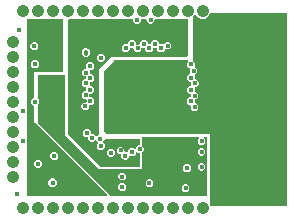
<source format=gbr>
G04 EAGLE Gerber RS-274X export*
G75*
%MOMM*%
%FSLAX34Y34*%
%LPD*%
%INCopper Layer 15*%
%IPPOS*%
%AMOC8*
5,1,8,0,0,1.08239X$1,22.5*%
G01*
%ADD10C,1.050000*%
%ADD11C,0.403200*%
%ADD12C,0.457200*%
%ADD13C,0.453200*%

G36*
X233878Y7573D02*
X233878Y7573D01*
X233897Y7571D01*
X233999Y7593D01*
X234101Y7609D01*
X234118Y7619D01*
X234138Y7623D01*
X234227Y7676D01*
X234318Y7725D01*
X234332Y7739D01*
X234349Y7749D01*
X234416Y7828D01*
X234488Y7903D01*
X234496Y7921D01*
X234509Y7936D01*
X234548Y8032D01*
X234591Y8126D01*
X234593Y8146D01*
X234601Y8164D01*
X234619Y8331D01*
X234619Y170485D01*
X234617Y170502D01*
X234618Y170517D01*
X234618Y170519D01*
X234618Y170524D01*
X234596Y170626D01*
X234580Y170728D01*
X234570Y170745D01*
X234566Y170765D01*
X234513Y170854D01*
X234464Y170945D01*
X234450Y170959D01*
X234440Y170976D01*
X234361Y171043D01*
X234286Y171115D01*
X234268Y171123D01*
X234253Y171136D01*
X234157Y171175D01*
X234063Y171218D01*
X234043Y171220D01*
X234025Y171228D01*
X233858Y171246D01*
X170764Y171246D01*
X170650Y171227D01*
X170533Y171210D01*
X170528Y171208D01*
X170522Y171207D01*
X170419Y171152D01*
X170314Y171099D01*
X170310Y171094D01*
X170304Y171091D01*
X170224Y171007D01*
X170142Y170923D01*
X170138Y170917D01*
X170135Y170913D01*
X170127Y170896D01*
X170061Y170776D01*
X169231Y168772D01*
X167397Y166938D01*
X165000Y165945D01*
X162406Y165945D01*
X160009Y166938D01*
X158175Y168772D01*
X158056Y169059D01*
X158019Y169120D01*
X157989Y169185D01*
X157954Y169224D01*
X157927Y169268D01*
X157872Y169314D01*
X157823Y169366D01*
X157777Y169392D01*
X157737Y169425D01*
X157670Y169450D01*
X157607Y169485D01*
X157556Y169494D01*
X157508Y169513D01*
X157436Y169516D01*
X157365Y169529D01*
X157314Y169521D01*
X157262Y169523D01*
X157193Y169503D01*
X157122Y169493D01*
X157076Y169469D01*
X157026Y169455D01*
X156967Y169414D01*
X156903Y169381D01*
X156866Y169344D01*
X156824Y169315D01*
X156781Y169257D01*
X156731Y169206D01*
X156696Y169143D01*
X156677Y169117D01*
X156670Y169095D01*
X156650Y169059D01*
X156531Y168772D01*
X155672Y167913D01*
X155619Y167839D01*
X155559Y167770D01*
X155547Y167739D01*
X155528Y167713D01*
X155501Y167626D01*
X155467Y167541D01*
X155463Y167501D01*
X155456Y167478D01*
X155457Y167446D01*
X155449Y167375D01*
X155449Y130566D01*
X155464Y130476D01*
X155471Y130385D01*
X155483Y130355D01*
X155489Y130323D01*
X155531Y130242D01*
X155567Y130158D01*
X155593Y130126D01*
X155604Y130106D01*
X155627Y130083D01*
X155672Y130027D01*
X156957Y128742D01*
X156957Y125870D01*
X156957Y125869D01*
X156926Y125770D01*
X156927Y125750D01*
X156922Y125731D01*
X156930Y125628D01*
X156932Y125524D01*
X156939Y125505D01*
X156941Y125486D01*
X156981Y125391D01*
X157017Y125293D01*
X157029Y125278D01*
X157037Y125259D01*
X157142Y125128D01*
X158989Y123281D01*
X158989Y120559D01*
X156888Y118458D01*
X156876Y118442D01*
X156861Y118429D01*
X156829Y118380D01*
X156828Y118379D01*
X156827Y118377D01*
X156805Y118342D01*
X156744Y118258D01*
X156739Y118239D01*
X156728Y118222D01*
X156702Y118122D01*
X156672Y118023D01*
X156673Y118003D01*
X156668Y117984D01*
X156676Y117881D01*
X156678Y117777D01*
X156685Y117758D01*
X156687Y117738D01*
X156727Y117644D01*
X156763Y117546D01*
X156775Y117530D01*
X156783Y117512D01*
X156830Y117454D01*
X156830Y115300D01*
X156833Y115280D01*
X156831Y115261D01*
X156853Y115159D01*
X156869Y115057D01*
X156879Y115040D01*
X156883Y115020D01*
X156936Y114931D01*
X156985Y114840D01*
X156999Y114826D01*
X157009Y114809D01*
X157088Y114742D01*
X157163Y114670D01*
X157181Y114662D01*
X157196Y114649D01*
X157292Y114610D01*
X157386Y114567D01*
X157406Y114565D01*
X157424Y114557D01*
X157591Y114539D01*
X158079Y114539D01*
X160005Y112613D01*
X160005Y109891D01*
X158079Y107965D01*
X157591Y107965D01*
X157571Y107962D01*
X157552Y107964D01*
X157450Y107942D01*
X157348Y107926D01*
X157331Y107916D01*
X157311Y107912D01*
X157222Y107859D01*
X157131Y107810D01*
X157117Y107796D01*
X157100Y107786D01*
X157033Y107707D01*
X156961Y107632D01*
X156953Y107614D01*
X156940Y107599D01*
X156901Y107503D01*
X156858Y107409D01*
X156856Y107389D01*
X156848Y107371D01*
X156830Y107204D01*
X156830Y105013D01*
X156833Y104993D01*
X156831Y104974D01*
X156853Y104872D01*
X156869Y104770D01*
X156879Y104753D01*
X156883Y104733D01*
X156936Y104644D01*
X156985Y104553D01*
X156999Y104539D01*
X157009Y104522D01*
X157088Y104455D01*
X157163Y104383D01*
X157181Y104375D01*
X157196Y104362D01*
X157292Y104323D01*
X157386Y104280D01*
X157406Y104278D01*
X157424Y104270D01*
X157591Y104252D01*
X157952Y104252D01*
X159878Y102326D01*
X159878Y99604D01*
X157952Y97678D01*
X157464Y97678D01*
X157444Y97675D01*
X157425Y97677D01*
X157323Y97655D01*
X157221Y97639D01*
X157204Y97629D01*
X157184Y97625D01*
X157095Y97572D01*
X157004Y97523D01*
X156990Y97509D01*
X156973Y97499D01*
X156906Y97420D01*
X156834Y97345D01*
X156826Y97327D01*
X156813Y97312D01*
X156774Y97216D01*
X156731Y97122D01*
X156729Y97102D01*
X156721Y97084D01*
X156703Y96917D01*
X156703Y95107D01*
X156706Y95090D01*
X156704Y95074D01*
X156704Y95072D01*
X156704Y95068D01*
X156726Y94966D01*
X156742Y94864D01*
X156752Y94847D01*
X156756Y94827D01*
X156809Y94738D01*
X156858Y94647D01*
X156872Y94633D01*
X156882Y94616D01*
X156961Y94549D01*
X157036Y94477D01*
X157054Y94469D01*
X157069Y94456D01*
X157165Y94417D01*
X157259Y94374D01*
X157279Y94372D01*
X157297Y94364D01*
X157464Y94346D01*
X157952Y94346D01*
X159878Y92420D01*
X159878Y89698D01*
X157952Y87772D01*
X155230Y87772D01*
X153304Y89698D01*
X153304Y92091D01*
X153303Y92102D01*
X153303Y92108D01*
X153302Y92116D01*
X153303Y92130D01*
X153281Y92232D01*
X153265Y92334D01*
X153255Y92351D01*
X153251Y92371D01*
X153198Y92460D01*
X153149Y92551D01*
X153135Y92565D01*
X153125Y92582D01*
X153046Y92649D01*
X152971Y92721D01*
X152953Y92729D01*
X152938Y92742D01*
X152842Y92781D01*
X152748Y92824D01*
X152728Y92826D01*
X152710Y92834D01*
X152543Y92852D01*
X152055Y92852D01*
X150129Y94778D01*
X150129Y97500D01*
X152055Y99426D01*
X152543Y99426D01*
X152563Y99429D01*
X152582Y99427D01*
X152684Y99449D01*
X152786Y99465D01*
X152803Y99475D01*
X152823Y99479D01*
X152912Y99532D01*
X153003Y99581D01*
X153017Y99595D01*
X153034Y99605D01*
X153101Y99684D01*
X153173Y99759D01*
X153181Y99777D01*
X153194Y99792D01*
X153233Y99888D01*
X153276Y99982D01*
X153278Y100002D01*
X153286Y100020D01*
X153304Y100187D01*
X153304Y101870D01*
X153301Y101890D01*
X153303Y101909D01*
X153281Y102011D01*
X153265Y102113D01*
X153255Y102130D01*
X153251Y102150D01*
X153198Y102239D01*
X153149Y102330D01*
X153135Y102344D01*
X153125Y102361D01*
X153046Y102428D01*
X152971Y102500D01*
X152953Y102508D01*
X152938Y102521D01*
X152842Y102560D01*
X152748Y102603D01*
X152728Y102605D01*
X152710Y102613D01*
X152543Y102631D01*
X152182Y102631D01*
X150256Y104557D01*
X150256Y107279D01*
X152182Y109205D01*
X152670Y109205D01*
X152690Y109208D01*
X152709Y109206D01*
X152811Y109228D01*
X152913Y109244D01*
X152930Y109254D01*
X152950Y109258D01*
X153039Y109311D01*
X153130Y109360D01*
X153144Y109374D01*
X153161Y109384D01*
X153228Y109463D01*
X153300Y109538D01*
X153308Y109556D01*
X153321Y109571D01*
X153360Y109667D01*
X153403Y109761D01*
X153405Y109781D01*
X153413Y109799D01*
X153431Y109966D01*
X153431Y112030D01*
X153428Y112050D01*
X153430Y112069D01*
X153408Y112171D01*
X153392Y112273D01*
X153382Y112290D01*
X153378Y112310D01*
X153325Y112399D01*
X153276Y112490D01*
X153262Y112504D01*
X153252Y112521D01*
X153173Y112588D01*
X153098Y112660D01*
X153080Y112668D01*
X153065Y112681D01*
X152969Y112720D01*
X152875Y112763D01*
X152855Y112765D01*
X152837Y112773D01*
X152670Y112791D01*
X152182Y112791D01*
X150256Y114717D01*
X150256Y117439D01*
X152357Y119540D01*
X152369Y119556D01*
X152384Y119569D01*
X152440Y119656D01*
X152501Y119740D01*
X152506Y119759D01*
X152517Y119776D01*
X152543Y119876D01*
X152573Y119975D01*
X152572Y119995D01*
X152577Y120014D01*
X152569Y120117D01*
X152567Y120221D01*
X152560Y120240D01*
X152558Y120259D01*
X152518Y120354D01*
X152482Y120452D01*
X152470Y120468D01*
X152462Y120486D01*
X152415Y120544D01*
X152415Y123431D01*
X152416Y123432D01*
X152446Y123531D01*
X152445Y123551D01*
X152450Y123570D01*
X152442Y123673D01*
X152440Y123777D01*
X152433Y123796D01*
X152431Y123816D01*
X152391Y123910D01*
X152355Y124008D01*
X152343Y124024D01*
X152335Y124042D01*
X152230Y124173D01*
X150383Y126020D01*
X150383Y128742D01*
X151151Y129510D01*
X151192Y129568D01*
X151242Y129620D01*
X151264Y129667D01*
X151294Y129709D01*
X151315Y129778D01*
X151345Y129843D01*
X151351Y129895D01*
X151366Y129945D01*
X151365Y130016D01*
X151373Y130087D01*
X151361Y130138D01*
X151360Y130190D01*
X151335Y130258D01*
X151320Y130328D01*
X151294Y130372D01*
X151276Y130421D01*
X151231Y130477D01*
X151194Y130539D01*
X151155Y130573D01*
X151122Y130613D01*
X151062Y130652D01*
X151007Y130699D01*
X150959Y130718D01*
X150915Y130746D01*
X150846Y130764D01*
X150779Y130791D01*
X150708Y130799D01*
X150677Y130807D01*
X150653Y130805D01*
X150612Y130809D01*
X89027Y130809D01*
X88937Y130795D01*
X88846Y130787D01*
X88816Y130775D01*
X88784Y130770D01*
X88704Y130727D01*
X88620Y130691D01*
X88588Y130665D01*
X88567Y130654D01*
X88545Y130631D01*
X88489Y130586D01*
X79853Y121950D01*
X79800Y121876D01*
X79740Y121807D01*
X79728Y121777D01*
X79709Y121751D01*
X79682Y121664D01*
X79648Y121579D01*
X79644Y121538D01*
X79637Y121515D01*
X79638Y121483D01*
X79630Y121412D01*
X79630Y71882D01*
X79645Y71792D01*
X79652Y71701D01*
X79664Y71671D01*
X79670Y71639D01*
X79712Y71559D01*
X79748Y71475D01*
X79774Y71443D01*
X79785Y71422D01*
X79808Y71400D01*
X79853Y71344D01*
X82393Y68804D01*
X82467Y68751D01*
X82536Y68691D01*
X82566Y68679D01*
X82592Y68660D01*
X82679Y68633D01*
X82764Y68599D01*
X82805Y68595D01*
X82828Y68588D01*
X82860Y68589D01*
X82931Y68581D01*
X169292Y68581D01*
X169292Y9794D01*
X169302Y9730D01*
X169303Y9664D01*
X169326Y9584D01*
X169332Y9552D01*
X169341Y9535D01*
X169350Y9503D01*
X169956Y8040D01*
X170017Y7940D01*
X170077Y7840D01*
X170082Y7836D01*
X170086Y7831D01*
X170175Y7756D01*
X170264Y7680D01*
X170270Y7678D01*
X170275Y7674D01*
X170383Y7632D01*
X170492Y7588D01*
X170500Y7587D01*
X170505Y7586D01*
X170523Y7585D01*
X170659Y7570D01*
X233858Y7570D01*
X233878Y7573D01*
G37*
G36*
X109875Y40644D02*
X109875Y40644D01*
X109894Y40642D01*
X109996Y40664D01*
X110098Y40681D01*
X110115Y40690D01*
X110135Y40694D01*
X110224Y40747D01*
X110315Y40796D01*
X110329Y40810D01*
X110346Y40820D01*
X110413Y40899D01*
X110485Y40974D01*
X110493Y40992D01*
X110506Y41007D01*
X110545Y41103D01*
X110588Y41197D01*
X110590Y41217D01*
X110598Y41235D01*
X110616Y41402D01*
X110616Y51324D01*
X110615Y51333D01*
X110615Y51338D01*
X110613Y51346D01*
X110615Y51363D01*
X110593Y51465D01*
X110577Y51567D01*
X110567Y51584D01*
X110563Y51604D01*
X110510Y51693D01*
X110461Y51784D01*
X110447Y51798D01*
X110437Y51815D01*
X110358Y51882D01*
X110283Y51954D01*
X110265Y51962D01*
X110250Y51975D01*
X110154Y52014D01*
X110060Y52057D01*
X110040Y52059D01*
X110022Y52067D01*
X109855Y52085D01*
X108875Y52085D01*
X108218Y52742D01*
X108160Y52783D01*
X108108Y52833D01*
X108061Y52855D01*
X108019Y52885D01*
X107950Y52906D01*
X107885Y52936D01*
X107833Y52942D01*
X107783Y52958D01*
X107712Y52956D01*
X107641Y52964D01*
X107590Y52952D01*
X107538Y52951D01*
X107470Y52927D01*
X107400Y52911D01*
X107355Y52885D01*
X107307Y52867D01*
X107251Y52822D01*
X107189Y52785D01*
X107155Y52746D01*
X107115Y52713D01*
X107076Y52653D01*
X107029Y52598D01*
X107010Y52550D01*
X106982Y52506D01*
X106964Y52437D01*
X106937Y52370D01*
X106929Y52299D01*
X106921Y52268D01*
X106923Y52244D01*
X106919Y52203D01*
X106919Y51852D01*
X104993Y49926D01*
X102235Y49926D01*
X102219Y49934D01*
X102177Y49964D01*
X102108Y49985D01*
X102043Y50015D01*
X101991Y50021D01*
X101942Y50037D01*
X101870Y50035D01*
X101799Y50043D01*
X101748Y50031D01*
X101696Y50030D01*
X101628Y50006D01*
X101558Y49990D01*
X101513Y49964D01*
X101465Y49946D01*
X101409Y49901D01*
X101347Y49864D01*
X101313Y49825D01*
X101273Y49792D01*
X101234Y49732D01*
X101187Y49677D01*
X101168Y49629D01*
X101140Y49585D01*
X101122Y49516D01*
X101095Y49449D01*
X101087Y49378D01*
X101079Y49347D01*
X101081Y49323D01*
X101077Y49282D01*
X101077Y48677D01*
X99151Y46751D01*
X96429Y46751D01*
X94503Y48677D01*
X94503Y50435D01*
X94500Y50455D01*
X94502Y50474D01*
X94480Y50576D01*
X94464Y50678D01*
X94454Y50695D01*
X94450Y50715D01*
X94397Y50804D01*
X94348Y50895D01*
X94334Y50909D01*
X94324Y50926D01*
X94245Y50993D01*
X94170Y51065D01*
X94152Y51073D01*
X94137Y51086D01*
X94041Y51125D01*
X93947Y51168D01*
X93927Y51170D01*
X93909Y51178D01*
X93742Y51196D01*
X92619Y51196D01*
X90693Y53122D01*
X90693Y55844D01*
X92619Y57770D01*
X95341Y57770D01*
X97267Y55844D01*
X97267Y54086D01*
X97270Y54066D01*
X97268Y54047D01*
X97290Y53945D01*
X97306Y53843D01*
X97316Y53826D01*
X97320Y53806D01*
X97373Y53717D01*
X97422Y53626D01*
X97436Y53612D01*
X97446Y53595D01*
X97525Y53528D01*
X97600Y53456D01*
X97618Y53448D01*
X97633Y53435D01*
X97729Y53396D01*
X97823Y53353D01*
X97843Y53351D01*
X97861Y53343D01*
X98028Y53325D01*
X99187Y53325D01*
X99203Y53317D01*
X99245Y53287D01*
X99314Y53266D01*
X99379Y53236D01*
X99431Y53230D01*
X99480Y53214D01*
X99552Y53216D01*
X99623Y53208D01*
X99674Y53220D01*
X99726Y53221D01*
X99794Y53245D01*
X99864Y53261D01*
X99909Y53287D01*
X99957Y53305D01*
X100013Y53350D01*
X100075Y53387D01*
X100109Y53426D01*
X100149Y53459D01*
X100188Y53519D01*
X100235Y53574D01*
X100254Y53622D01*
X100282Y53666D01*
X100300Y53735D01*
X100327Y53802D01*
X100335Y53873D01*
X100343Y53904D01*
X100341Y53928D01*
X100345Y53969D01*
X100345Y54574D01*
X102271Y56500D01*
X104993Y56500D01*
X105650Y55843D01*
X105708Y55802D01*
X105760Y55752D01*
X105807Y55730D01*
X105849Y55700D01*
X105918Y55679D01*
X105983Y55649D01*
X106035Y55643D01*
X106085Y55627D01*
X106156Y55629D01*
X106227Y55621D01*
X106278Y55633D01*
X106330Y55634D01*
X106398Y55658D01*
X106468Y55674D01*
X106513Y55700D01*
X106561Y55718D01*
X106617Y55763D01*
X106679Y55800D01*
X106713Y55839D01*
X106753Y55872D01*
X106792Y55932D01*
X106839Y55987D01*
X106858Y56035D01*
X106886Y56079D01*
X106904Y56148D01*
X106931Y56215D01*
X106939Y56286D01*
X106947Y56317D01*
X106945Y56341D01*
X106949Y56382D01*
X106949Y56733D01*
X108875Y58659D01*
X109855Y58659D01*
X109875Y58662D01*
X109894Y58660D01*
X109996Y58682D01*
X110098Y58698D01*
X110115Y58708D01*
X110135Y58712D01*
X110224Y58765D01*
X110315Y58814D01*
X110329Y58828D01*
X110346Y58838D01*
X110413Y58917D01*
X110485Y58992D01*
X110493Y59010D01*
X110506Y59025D01*
X110545Y59121D01*
X110588Y59215D01*
X110590Y59235D01*
X110598Y59253D01*
X110616Y59420D01*
X110616Y62992D01*
X110613Y63012D01*
X110615Y63031D01*
X110593Y63133D01*
X110577Y63235D01*
X110567Y63252D01*
X110563Y63272D01*
X110510Y63361D01*
X110461Y63452D01*
X110447Y63466D01*
X110437Y63483D01*
X110358Y63550D01*
X110283Y63622D01*
X110265Y63630D01*
X110250Y63643D01*
X110154Y63682D01*
X110060Y63725D01*
X110040Y63727D01*
X110022Y63735D01*
X109855Y63753D01*
X80756Y63753D01*
X80736Y63750D01*
X80717Y63752D01*
X80615Y63730D01*
X80513Y63714D01*
X80496Y63704D01*
X80476Y63700D01*
X80387Y63647D01*
X80296Y63598D01*
X80282Y63584D01*
X80265Y63574D01*
X80198Y63495D01*
X80126Y63420D01*
X80118Y63402D01*
X80105Y63387D01*
X80066Y63291D01*
X80023Y63197D01*
X80021Y63181D01*
X78973Y62133D01*
X78962Y62117D01*
X78946Y62105D01*
X78890Y62017D01*
X78830Y61934D01*
X78824Y61915D01*
X78813Y61898D01*
X78788Y61797D01*
X78758Y61698D01*
X78758Y61679D01*
X78753Y61659D01*
X78761Y61556D01*
X78764Y61453D01*
X78771Y61434D01*
X78772Y61414D01*
X78813Y61319D01*
X78848Y61222D01*
X78861Y61206D01*
X78869Y61188D01*
X78973Y61057D01*
X80503Y59527D01*
X80503Y56805D01*
X78577Y54879D01*
X75855Y54879D01*
X73929Y56805D01*
X73929Y59527D01*
X74951Y60549D01*
X74962Y60565D01*
X74978Y60577D01*
X75034Y60665D01*
X75094Y60748D01*
X75100Y60767D01*
X75111Y60784D01*
X75136Y60885D01*
X75166Y60984D01*
X75166Y61003D01*
X75171Y61023D01*
X75163Y61126D01*
X75160Y61229D01*
X75153Y61248D01*
X75152Y61268D01*
X75111Y61363D01*
X75076Y61460D01*
X75063Y61476D01*
X75055Y61494D01*
X74951Y61625D01*
X73436Y63140D01*
X73420Y63151D01*
X73408Y63167D01*
X73321Y63223D01*
X73237Y63283D01*
X73217Y63289D01*
X73201Y63300D01*
X73100Y63325D01*
X73001Y63355D01*
X72982Y63355D01*
X72962Y63360D01*
X72859Y63352D01*
X72756Y63349D01*
X72737Y63342D01*
X72717Y63341D01*
X72622Y63300D01*
X72525Y63265D01*
X72509Y63252D01*
X72491Y63244D01*
X72360Y63140D01*
X71211Y61991D01*
X68489Y61991D01*
X66563Y63917D01*
X66563Y65167D01*
X66560Y65187D01*
X66562Y65206D01*
X66540Y65308D01*
X66524Y65410D01*
X66514Y65427D01*
X66510Y65447D01*
X66457Y65536D01*
X66408Y65627D01*
X66394Y65641D01*
X66384Y65658D01*
X66305Y65725D01*
X66230Y65797D01*
X66212Y65805D01*
X66197Y65818D01*
X66101Y65857D01*
X66007Y65900D01*
X65987Y65902D01*
X65969Y65910D01*
X65802Y65928D01*
X64171Y65928D01*
X62245Y67854D01*
X62245Y70576D01*
X64171Y72502D01*
X66893Y72502D01*
X68819Y70576D01*
X68819Y69326D01*
X68822Y69306D01*
X68820Y69287D01*
X68842Y69185D01*
X68858Y69083D01*
X68868Y69066D01*
X68872Y69046D01*
X68925Y68957D01*
X68974Y68866D01*
X68988Y68852D01*
X68998Y68835D01*
X69077Y68768D01*
X69152Y68696D01*
X69170Y68688D01*
X69185Y68675D01*
X69281Y68636D01*
X69375Y68593D01*
X69395Y68591D01*
X69413Y68583D01*
X69580Y68565D01*
X71211Y68565D01*
X73122Y66654D01*
X73138Y66643D01*
X73150Y66627D01*
X73238Y66571D01*
X73321Y66511D01*
X73340Y66505D01*
X73357Y66494D01*
X73458Y66469D01*
X73557Y66439D01*
X73576Y66439D01*
X73596Y66434D01*
X73699Y66442D01*
X73802Y66445D01*
X73821Y66452D01*
X73841Y66453D01*
X73936Y66494D01*
X74033Y66529D01*
X74049Y66542D01*
X74067Y66550D01*
X74198Y66654D01*
X75214Y67670D01*
X75267Y67744D01*
X75327Y67814D01*
X75339Y67844D01*
X75358Y67870D01*
X75385Y67957D01*
X75419Y68042D01*
X75423Y68083D01*
X75430Y68105D01*
X75429Y68137D01*
X75437Y68209D01*
X75437Y123637D01*
X85786Y133986D01*
X150368Y133986D01*
X150388Y133989D01*
X150407Y133987D01*
X150509Y134009D01*
X150611Y134026D01*
X150628Y134035D01*
X150648Y134039D01*
X150737Y134092D01*
X150828Y134141D01*
X150842Y134155D01*
X150859Y134165D01*
X150926Y134244D01*
X150998Y134319D01*
X151006Y134337D01*
X151019Y134352D01*
X151058Y134448D01*
X151101Y134542D01*
X151103Y134562D01*
X151111Y134580D01*
X151129Y134747D01*
X151129Y164719D01*
X151126Y164739D01*
X151128Y164758D01*
X151106Y164860D01*
X151090Y164962D01*
X151080Y164979D01*
X151076Y164999D01*
X151023Y165088D01*
X150974Y165179D01*
X150960Y165193D01*
X150950Y165210D01*
X150871Y165277D01*
X150796Y165349D01*
X150778Y165357D01*
X150763Y165370D01*
X150667Y165409D01*
X150573Y165452D01*
X150553Y165454D01*
X150535Y165462D01*
X150368Y165480D01*
X123428Y165480D01*
X123408Y165477D01*
X123389Y165479D01*
X123287Y165457D01*
X123185Y165441D01*
X123168Y165431D01*
X123148Y165427D01*
X123059Y165374D01*
X122968Y165325D01*
X122954Y165311D01*
X122937Y165301D01*
X122870Y165222D01*
X122798Y165147D01*
X122790Y165129D01*
X122777Y165114D01*
X122738Y165018D01*
X122695Y164924D01*
X122693Y164904D01*
X122685Y164886D01*
X122667Y164719D01*
X122667Y163739D01*
X120741Y161813D01*
X118019Y161813D01*
X116093Y163739D01*
X116093Y164719D01*
X116090Y164739D01*
X116092Y164758D01*
X116070Y164860D01*
X116054Y164962D01*
X116044Y164979D01*
X116040Y164999D01*
X115987Y165088D01*
X115938Y165179D01*
X115924Y165193D01*
X115914Y165210D01*
X115835Y165277D01*
X115760Y165349D01*
X115742Y165357D01*
X115727Y165370D01*
X115631Y165409D01*
X115537Y165452D01*
X115517Y165454D01*
X115499Y165462D01*
X115332Y165480D01*
X111998Y165480D01*
X111978Y165477D01*
X111959Y165479D01*
X111857Y165457D01*
X111755Y165441D01*
X111738Y165431D01*
X111718Y165427D01*
X111629Y165374D01*
X111538Y165325D01*
X111524Y165311D01*
X111507Y165301D01*
X111440Y165222D01*
X111368Y165147D01*
X111360Y165129D01*
X111347Y165114D01*
X111308Y165018D01*
X111265Y164924D01*
X111263Y164904D01*
X111255Y164886D01*
X111237Y164719D01*
X111237Y163739D01*
X109311Y161813D01*
X106589Y161813D01*
X104663Y163739D01*
X104663Y164719D01*
X104660Y164739D01*
X104662Y164758D01*
X104640Y164860D01*
X104624Y164962D01*
X104614Y164979D01*
X104610Y164999D01*
X104557Y165088D01*
X104508Y165179D01*
X104494Y165193D01*
X104484Y165210D01*
X104405Y165277D01*
X104330Y165349D01*
X104312Y165357D01*
X104297Y165370D01*
X104201Y165409D01*
X104107Y165452D01*
X104087Y165454D01*
X104069Y165462D01*
X103902Y165480D01*
X50546Y165480D01*
X50526Y165477D01*
X50507Y165479D01*
X50405Y165457D01*
X50303Y165441D01*
X50286Y165431D01*
X50266Y165427D01*
X50177Y165374D01*
X50086Y165325D01*
X50072Y165311D01*
X50055Y165301D01*
X49988Y165222D01*
X49917Y165147D01*
X49908Y165129D01*
X49895Y165114D01*
X49856Y165018D01*
X49813Y164924D01*
X49811Y164904D01*
X49803Y164886D01*
X49785Y164719D01*
X49785Y68072D01*
X49800Y67982D01*
X49807Y67891D01*
X49819Y67861D01*
X49825Y67829D01*
X49867Y67749D01*
X49903Y67665D01*
X49929Y67633D01*
X49940Y67612D01*
X49963Y67590D01*
X49989Y67557D01*
X49990Y67555D01*
X49992Y67554D01*
X50008Y67534D01*
X76678Y40864D01*
X76752Y40811D01*
X76821Y40751D01*
X76851Y40739D01*
X76877Y40720D01*
X76964Y40693D01*
X77049Y40659D01*
X77090Y40655D01*
X77113Y40648D01*
X77145Y40649D01*
X77216Y40641D01*
X109855Y40641D01*
X109875Y40644D01*
G37*
G36*
X166771Y16260D02*
X166771Y16260D01*
X166790Y16258D01*
X166892Y16280D01*
X166994Y16297D01*
X167011Y16306D01*
X167031Y16310D01*
X167120Y16363D01*
X167211Y16412D01*
X167225Y16426D01*
X167242Y16436D01*
X167309Y16515D01*
X167381Y16590D01*
X167389Y16608D01*
X167402Y16623D01*
X167441Y16719D01*
X167484Y16813D01*
X167486Y16833D01*
X167494Y16851D01*
X167512Y17018D01*
X167512Y65151D01*
X167509Y65171D01*
X167511Y65190D01*
X167489Y65292D01*
X167473Y65394D01*
X167463Y65411D01*
X167459Y65431D01*
X167406Y65520D01*
X167357Y65611D01*
X167343Y65625D01*
X167333Y65642D01*
X167254Y65709D01*
X167179Y65781D01*
X167161Y65789D01*
X167146Y65802D01*
X167050Y65841D01*
X166956Y65884D01*
X166936Y65886D01*
X166918Y65894D01*
X166751Y65912D01*
X165364Y65912D01*
X165293Y65901D01*
X165221Y65899D01*
X165172Y65881D01*
X165121Y65873D01*
X165058Y65839D01*
X164990Y65814D01*
X164950Y65782D01*
X164904Y65757D01*
X164854Y65706D01*
X164798Y65661D01*
X164770Y65617D01*
X164734Y65579D01*
X164704Y65514D01*
X164665Y65454D01*
X164653Y65403D01*
X164631Y65356D01*
X164623Y65285D01*
X164605Y65215D01*
X164609Y65163D01*
X164603Y65112D01*
X164619Y65041D01*
X164624Y64970D01*
X164645Y64922D01*
X164656Y64871D01*
X164693Y64810D01*
X164721Y64744D01*
X164765Y64688D01*
X164782Y64660D01*
X164800Y64645D01*
X164825Y64613D01*
X165847Y63591D01*
X165847Y60869D01*
X163921Y58943D01*
X161199Y58943D01*
X159273Y60869D01*
X159273Y63591D01*
X160295Y64613D01*
X160336Y64671D01*
X160386Y64723D01*
X160408Y64770D01*
X160438Y64812D01*
X160459Y64881D01*
X160489Y64946D01*
X160495Y64998D01*
X160510Y65048D01*
X160509Y65119D01*
X160517Y65190D01*
X160505Y65241D01*
X160504Y65293D01*
X160479Y65361D01*
X160464Y65431D01*
X160438Y65475D01*
X160420Y65524D01*
X160375Y65580D01*
X160338Y65642D01*
X160299Y65676D01*
X160266Y65716D01*
X160206Y65755D01*
X160151Y65802D01*
X160103Y65821D01*
X160059Y65849D01*
X159990Y65867D01*
X159923Y65894D01*
X159852Y65902D01*
X159821Y65910D01*
X159797Y65908D01*
X159756Y65912D01*
X112776Y65912D01*
X112756Y65909D01*
X112737Y65911D01*
X112635Y65889D01*
X112533Y65873D01*
X112516Y65863D01*
X112496Y65859D01*
X112407Y65806D01*
X112316Y65757D01*
X112302Y65743D01*
X112285Y65733D01*
X112218Y65654D01*
X112147Y65579D01*
X112138Y65561D01*
X112125Y65546D01*
X112086Y65450D01*
X112043Y65356D01*
X112041Y65336D01*
X112033Y65318D01*
X112015Y65151D01*
X112015Y58557D01*
X112030Y58467D01*
X112037Y58376D01*
X112049Y58346D01*
X112055Y58314D01*
X112097Y58233D01*
X112133Y58149D01*
X112159Y58117D01*
X112170Y58097D01*
X112193Y58074D01*
X112238Y58018D01*
X113523Y56733D01*
X113523Y54011D01*
X112238Y52726D01*
X112185Y52652D01*
X112125Y52582D01*
X112113Y52552D01*
X112094Y52526D01*
X112067Y52439D01*
X112033Y52354D01*
X112029Y52313D01*
X112022Y52291D01*
X112023Y52259D01*
X112015Y52187D01*
X112015Y38988D01*
X75626Y38988D01*
X46862Y67752D01*
X46862Y117602D01*
X46859Y117622D01*
X46861Y117641D01*
X46839Y117743D01*
X46823Y117845D01*
X46813Y117862D01*
X46809Y117882D01*
X46756Y117971D01*
X46707Y118062D01*
X46693Y118076D01*
X46683Y118093D01*
X46604Y118160D01*
X46529Y118232D01*
X46511Y118240D01*
X46496Y118253D01*
X46400Y118292D01*
X46306Y118335D01*
X46286Y118337D01*
X46268Y118345D01*
X46101Y118363D01*
X24638Y118363D01*
X24618Y118360D01*
X24599Y118362D01*
X24497Y118340D01*
X24395Y118324D01*
X24378Y118314D01*
X24358Y118310D01*
X24269Y118257D01*
X24178Y118208D01*
X24164Y118194D01*
X24147Y118184D01*
X24080Y118105D01*
X24009Y118030D01*
X24000Y118012D01*
X23987Y117997D01*
X23948Y117901D01*
X23905Y117807D01*
X23903Y117787D01*
X23895Y117769D01*
X23877Y117602D01*
X23877Y99042D01*
X23892Y98952D01*
X23899Y98861D01*
X23911Y98831D01*
X23917Y98800D01*
X23959Y98719D01*
X23995Y98635D01*
X24021Y98603D01*
X24032Y98582D01*
X24055Y98560D01*
X24100Y98504D01*
X25254Y97350D01*
X25254Y94420D01*
X24100Y93266D01*
X24047Y93192D01*
X23987Y93123D01*
X23975Y93092D01*
X23956Y93066D01*
X23929Y92979D01*
X23895Y92894D01*
X23891Y92854D01*
X23884Y92831D01*
X23885Y92799D01*
X23877Y92728D01*
X23877Y78105D01*
X23892Y78015D01*
X23899Y77924D01*
X23911Y77894D01*
X23917Y77862D01*
X23959Y77782D01*
X23995Y77698D01*
X24021Y77666D01*
X24032Y77645D01*
X24055Y77623D01*
X24100Y77567D01*
X85187Y16480D01*
X85261Y16427D01*
X85330Y16367D01*
X85360Y16355D01*
X85386Y16336D01*
X85473Y16309D01*
X85558Y16275D01*
X85599Y16271D01*
X85622Y16264D01*
X85654Y16265D01*
X85725Y16257D01*
X166751Y16257D01*
X166771Y16260D01*
G37*
G36*
X81859Y16141D02*
X81859Y16141D01*
X81930Y16143D01*
X81979Y16161D01*
X82031Y16170D01*
X82094Y16203D01*
X82161Y16228D01*
X82202Y16260D01*
X82248Y16285D01*
X82297Y16336D01*
X82353Y16381D01*
X82382Y16425D01*
X82418Y16463D01*
X82448Y16528D01*
X82486Y16588D01*
X82499Y16639D01*
X82521Y16686D01*
X82529Y16757D01*
X82547Y16827D01*
X82542Y16879D01*
X82548Y16930D01*
X82533Y17001D01*
X82527Y17072D01*
X82507Y17120D01*
X82496Y17171D01*
X82459Y17232D01*
X82431Y17298D01*
X82386Y17354D01*
X82370Y17382D01*
X82352Y17397D01*
X82326Y17429D01*
X21081Y78674D01*
X21081Y91587D01*
X21078Y91607D01*
X21080Y91626D01*
X21058Y91728D01*
X21042Y91830D01*
X21032Y91847D01*
X21028Y91867D01*
X20975Y91956D01*
X20926Y92047D01*
X20912Y92061D01*
X20902Y92078D01*
X20823Y92145D01*
X20748Y92217D01*
X20730Y92225D01*
X20715Y92238D01*
X20619Y92277D01*
X20525Y92320D01*
X20505Y92322D01*
X20487Y92330D01*
X20320Y92348D01*
X20252Y92348D01*
X18180Y94420D01*
X18180Y97350D01*
X20252Y99422D01*
X20320Y99422D01*
X20340Y99425D01*
X20359Y99423D01*
X20461Y99445D01*
X20563Y99461D01*
X20580Y99471D01*
X20600Y99475D01*
X20689Y99528D01*
X20780Y99577D01*
X20794Y99591D01*
X20811Y99601D01*
X20878Y99680D01*
X20950Y99755D01*
X20958Y99773D01*
X20971Y99788D01*
X21010Y99884D01*
X21053Y99978D01*
X21055Y99998D01*
X21063Y100016D01*
X21081Y100183D01*
X21081Y121286D01*
X44831Y121286D01*
X44851Y121289D01*
X44870Y121287D01*
X44972Y121309D01*
X45074Y121326D01*
X45091Y121335D01*
X45111Y121339D01*
X45200Y121392D01*
X45291Y121441D01*
X45305Y121455D01*
X45322Y121465D01*
X45389Y121544D01*
X45461Y121619D01*
X45469Y121637D01*
X45482Y121652D01*
X45521Y121748D01*
X45564Y121842D01*
X45566Y121862D01*
X45574Y121880D01*
X45592Y122047D01*
X45592Y164846D01*
X45589Y164866D01*
X45591Y164885D01*
X45569Y164987D01*
X45553Y165089D01*
X45543Y165106D01*
X45539Y165126D01*
X45486Y165215D01*
X45437Y165306D01*
X45423Y165320D01*
X45413Y165337D01*
X45334Y165404D01*
X45259Y165476D01*
X45241Y165484D01*
X45226Y165497D01*
X45130Y165536D01*
X45036Y165579D01*
X45016Y165581D01*
X44998Y165589D01*
X44831Y165607D01*
X15254Y165607D01*
X15207Y165600D01*
X15201Y165600D01*
X15183Y165597D01*
X15123Y165596D01*
X15044Y165573D01*
X15011Y165568D01*
X14994Y165558D01*
X14962Y165549D01*
X14948Y165543D01*
X14849Y165482D01*
X14848Y165481D01*
X14794Y165452D01*
X14786Y165444D01*
X14749Y165422D01*
X14745Y165417D01*
X14739Y165413D01*
X14665Y165324D01*
X14589Y165235D01*
X14587Y165229D01*
X14582Y165224D01*
X14541Y165116D01*
X14497Y165007D01*
X14496Y164999D01*
X14494Y164994D01*
X14494Y164975D01*
X14479Y164840D01*
X14479Y89545D01*
X14494Y89455D01*
X14501Y89364D01*
X14513Y89334D01*
X14519Y89302D01*
X14561Y89221D01*
X14597Y89137D01*
X14623Y89105D01*
X14634Y89085D01*
X14657Y89062D01*
X14702Y89006D01*
X14717Y88991D01*
X14717Y86269D01*
X14702Y86254D01*
X14649Y86180D01*
X14589Y86110D01*
X14577Y86080D01*
X14558Y86054D01*
X14531Y85967D01*
X14497Y85882D01*
X14493Y85841D01*
X14486Y85819D01*
X14487Y85787D01*
X14479Y85715D01*
X14479Y64145D01*
X14494Y64055D01*
X14501Y63964D01*
X14513Y63934D01*
X14519Y63902D01*
X14561Y63821D01*
X14597Y63737D01*
X14623Y63705D01*
X14634Y63685D01*
X14657Y63662D01*
X14702Y63606D01*
X14717Y63591D01*
X14717Y60869D01*
X14702Y60854D01*
X14649Y60780D01*
X14589Y60710D01*
X14577Y60680D01*
X14558Y60654D01*
X14531Y60567D01*
X14497Y60482D01*
X14493Y60441D01*
X14486Y60419D01*
X14487Y60387D01*
X14479Y60315D01*
X14479Y16891D01*
X14482Y16871D01*
X14480Y16852D01*
X14502Y16750D01*
X14519Y16648D01*
X14528Y16631D01*
X14532Y16611D01*
X14585Y16522D01*
X14634Y16431D01*
X14648Y16417D01*
X14658Y16400D01*
X14737Y16333D01*
X14812Y16262D01*
X14830Y16253D01*
X14845Y16240D01*
X14941Y16201D01*
X15035Y16158D01*
X15055Y16156D01*
X15073Y16148D01*
X15240Y16130D01*
X81788Y16130D01*
X81859Y16141D01*
G37*
%LPC*%
G36*
X62774Y88407D02*
X62774Y88407D01*
X60848Y90333D01*
X60848Y93055D01*
X62774Y94981D01*
X64405Y94981D01*
X64425Y94984D01*
X64444Y94982D01*
X64546Y95004D01*
X64648Y95020D01*
X64665Y95030D01*
X64685Y95034D01*
X64774Y95087D01*
X64865Y95136D01*
X64879Y95150D01*
X64896Y95160D01*
X64963Y95239D01*
X65035Y95314D01*
X65043Y95332D01*
X65056Y95347D01*
X65095Y95443D01*
X65138Y95537D01*
X65140Y95557D01*
X65148Y95575D01*
X65166Y95742D01*
X65166Y97044D01*
X65163Y97064D01*
X65165Y97083D01*
X65143Y97185D01*
X65127Y97287D01*
X65117Y97304D01*
X65113Y97324D01*
X65060Y97413D01*
X65011Y97504D01*
X64997Y97518D01*
X64987Y97535D01*
X64908Y97602D01*
X64833Y97674D01*
X64815Y97682D01*
X64800Y97695D01*
X64704Y97734D01*
X64610Y97777D01*
X64590Y97779D01*
X64572Y97787D01*
X64405Y97805D01*
X62901Y97805D01*
X60975Y99731D01*
X60975Y102453D01*
X62901Y104379D01*
X63897Y104379D01*
X63917Y104382D01*
X63936Y104380D01*
X64038Y104402D01*
X64140Y104418D01*
X64157Y104428D01*
X64177Y104432D01*
X64266Y104485D01*
X64357Y104534D01*
X64371Y104548D01*
X64388Y104558D01*
X64455Y104637D01*
X64527Y104712D01*
X64535Y104730D01*
X64548Y104745D01*
X64587Y104841D01*
X64630Y104935D01*
X64632Y104955D01*
X64640Y104973D01*
X64658Y105140D01*
X64658Y107204D01*
X64655Y107224D01*
X64657Y107243D01*
X64635Y107345D01*
X64619Y107447D01*
X64609Y107464D01*
X64605Y107484D01*
X64552Y107573D01*
X64503Y107664D01*
X64489Y107678D01*
X64479Y107695D01*
X64400Y107762D01*
X64325Y107834D01*
X64307Y107842D01*
X64292Y107855D01*
X64196Y107894D01*
X64102Y107937D01*
X64082Y107939D01*
X64064Y107947D01*
X63897Y107965D01*
X63282Y107965D01*
X61356Y109891D01*
X61356Y112613D01*
X63282Y114539D01*
X64151Y114539D01*
X64171Y114542D01*
X64190Y114540D01*
X64292Y114562D01*
X64394Y114578D01*
X64411Y114588D01*
X64431Y114592D01*
X64520Y114645D01*
X64611Y114694D01*
X64625Y114708D01*
X64642Y114718D01*
X64709Y114797D01*
X64781Y114872D01*
X64789Y114890D01*
X64802Y114905D01*
X64841Y115001D01*
X64884Y115095D01*
X64886Y115115D01*
X64894Y115133D01*
X64912Y115300D01*
X64912Y116348D01*
X64909Y116368D01*
X64911Y116387D01*
X64889Y116489D01*
X64873Y116591D01*
X64863Y116608D01*
X64859Y116628D01*
X64806Y116717D01*
X64757Y116808D01*
X64743Y116822D01*
X64733Y116839D01*
X64654Y116906D01*
X64579Y116978D01*
X64561Y116986D01*
X64546Y116999D01*
X64450Y117038D01*
X64356Y117081D01*
X64336Y117083D01*
X64318Y117091D01*
X64151Y117109D01*
X63028Y117109D01*
X61102Y119035D01*
X61102Y121757D01*
X63028Y123683D01*
X64024Y123683D01*
X64044Y123686D01*
X64063Y123684D01*
X64165Y123706D01*
X64267Y123722D01*
X64284Y123732D01*
X64304Y123736D01*
X64393Y123789D01*
X64484Y123838D01*
X64498Y123852D01*
X64515Y123862D01*
X64582Y123941D01*
X64654Y124016D01*
X64662Y124034D01*
X64675Y124049D01*
X64714Y124145D01*
X64757Y124239D01*
X64759Y124259D01*
X64767Y124277D01*
X64785Y124444D01*
X64785Y127218D01*
X66711Y129144D01*
X69433Y129144D01*
X71359Y127218D01*
X71359Y124496D01*
X69433Y122570D01*
X68437Y122570D01*
X68417Y122567D01*
X68398Y122569D01*
X68296Y122547D01*
X68194Y122531D01*
X68177Y122521D01*
X68157Y122517D01*
X68068Y122464D01*
X67977Y122415D01*
X67963Y122401D01*
X67946Y122391D01*
X67879Y122312D01*
X67807Y122237D01*
X67799Y122219D01*
X67786Y122204D01*
X67747Y122108D01*
X67704Y122014D01*
X67702Y121994D01*
X67694Y121976D01*
X67676Y121809D01*
X67676Y119872D01*
X67679Y119852D01*
X67677Y119833D01*
X67699Y119731D01*
X67715Y119629D01*
X67725Y119612D01*
X67729Y119592D01*
X67782Y119503D01*
X67831Y119412D01*
X67845Y119398D01*
X67855Y119381D01*
X67934Y119314D01*
X68009Y119242D01*
X68027Y119234D01*
X68042Y119221D01*
X68138Y119182D01*
X68232Y119139D01*
X68252Y119137D01*
X68270Y119129D01*
X68437Y119111D01*
X69560Y119111D01*
X71486Y117185D01*
X71486Y114463D01*
X69560Y112537D01*
X68691Y112537D01*
X68671Y112534D01*
X68652Y112536D01*
X68550Y112514D01*
X68448Y112498D01*
X68431Y112488D01*
X68411Y112484D01*
X68322Y112431D01*
X68231Y112382D01*
X68217Y112368D01*
X68200Y112358D01*
X68133Y112279D01*
X68061Y112204D01*
X68053Y112186D01*
X68040Y112171D01*
X68001Y112075D01*
X67958Y111981D01*
X67956Y111961D01*
X67948Y111943D01*
X67930Y111776D01*
X67930Y109966D01*
X67933Y109946D01*
X67931Y109927D01*
X67953Y109825D01*
X67969Y109723D01*
X67979Y109706D01*
X67983Y109686D01*
X68036Y109597D01*
X68085Y109506D01*
X68099Y109492D01*
X68109Y109475D01*
X68188Y109408D01*
X68263Y109336D01*
X68281Y109328D01*
X68296Y109315D01*
X68392Y109276D01*
X68486Y109233D01*
X68506Y109231D01*
X68524Y109223D01*
X68691Y109205D01*
X69306Y109205D01*
X71232Y107279D01*
X71232Y104557D01*
X69306Y102631D01*
X68310Y102631D01*
X68290Y102628D01*
X68271Y102630D01*
X68169Y102608D01*
X68067Y102592D01*
X68050Y102582D01*
X68030Y102578D01*
X67941Y102525D01*
X67850Y102476D01*
X67836Y102462D01*
X67819Y102452D01*
X67752Y102373D01*
X67680Y102298D01*
X67672Y102280D01*
X67659Y102265D01*
X67620Y102169D01*
X67577Y102075D01*
X67575Y102055D01*
X67567Y102037D01*
X67549Y101870D01*
X67549Y100187D01*
X67552Y100167D01*
X67550Y100148D01*
X67572Y100046D01*
X67588Y99944D01*
X67598Y99927D01*
X67602Y99907D01*
X67655Y99818D01*
X67704Y99727D01*
X67718Y99713D01*
X67728Y99696D01*
X67807Y99629D01*
X67882Y99557D01*
X67900Y99549D01*
X67915Y99536D01*
X68011Y99497D01*
X68105Y99454D01*
X68125Y99452D01*
X68143Y99444D01*
X68310Y99426D01*
X69814Y99426D01*
X71740Y97500D01*
X71740Y94778D01*
X69814Y92852D01*
X68183Y92852D01*
X68163Y92849D01*
X68144Y92851D01*
X68042Y92829D01*
X67940Y92813D01*
X67923Y92803D01*
X67903Y92799D01*
X67814Y92746D01*
X67723Y92697D01*
X67709Y92683D01*
X67692Y92673D01*
X67625Y92594D01*
X67553Y92519D01*
X67545Y92501D01*
X67532Y92486D01*
X67493Y92390D01*
X67450Y92296D01*
X67448Y92276D01*
X67440Y92258D01*
X67422Y92091D01*
X67422Y90333D01*
X65496Y88407D01*
X62774Y88407D01*
G37*
%LPD*%
%LPC*%
G36*
X106970Y137556D02*
X106970Y137556D01*
X105044Y139482D01*
X105044Y140224D01*
X105041Y140244D01*
X105043Y140263D01*
X105021Y140365D01*
X105005Y140467D01*
X104995Y140484D01*
X104991Y140504D01*
X104938Y140593D01*
X104889Y140684D01*
X104875Y140698D01*
X104865Y140715D01*
X104786Y140782D01*
X104711Y140854D01*
X104693Y140862D01*
X104678Y140875D01*
X104582Y140914D01*
X104488Y140957D01*
X104468Y140959D01*
X104450Y140967D01*
X104283Y140985D01*
X102473Y140985D01*
X102453Y140982D01*
X102434Y140984D01*
X102332Y140962D01*
X102230Y140946D01*
X102213Y140936D01*
X102193Y140932D01*
X102104Y140879D01*
X102013Y140830D01*
X101999Y140816D01*
X101982Y140806D01*
X101915Y140727D01*
X101843Y140652D01*
X101835Y140634D01*
X101822Y140619D01*
X101783Y140523D01*
X101740Y140429D01*
X101738Y140409D01*
X101730Y140391D01*
X101712Y140224D01*
X101712Y139863D01*
X99786Y137937D01*
X97064Y137937D01*
X95138Y139863D01*
X95138Y142585D01*
X97064Y144511D01*
X99584Y144511D01*
X99604Y144514D01*
X99623Y144512D01*
X99725Y144534D01*
X99827Y144550D01*
X99844Y144560D01*
X99864Y144564D01*
X99953Y144617D01*
X100044Y144666D01*
X100058Y144680D01*
X100075Y144690D01*
X100142Y144769D01*
X100214Y144844D01*
X100222Y144862D01*
X100235Y144877D01*
X100274Y144973D01*
X100317Y145067D01*
X100319Y145087D01*
X100327Y145105D01*
X100345Y145272D01*
X100345Y145633D01*
X102271Y147559D01*
X104993Y147559D01*
X106919Y145633D01*
X106919Y144891D01*
X106922Y144871D01*
X106920Y144852D01*
X106942Y144750D01*
X106958Y144648D01*
X106968Y144631D01*
X106972Y144611D01*
X107025Y144522D01*
X107074Y144431D01*
X107088Y144417D01*
X107098Y144400D01*
X107177Y144333D01*
X107252Y144261D01*
X107270Y144253D01*
X107285Y144240D01*
X107381Y144201D01*
X107475Y144158D01*
X107495Y144156D01*
X107513Y144148D01*
X107680Y144130D01*
X109490Y144130D01*
X109510Y144133D01*
X109529Y144131D01*
X109631Y144153D01*
X109733Y144169D01*
X109750Y144179D01*
X109770Y144183D01*
X109859Y144236D01*
X109950Y144285D01*
X109964Y144299D01*
X109981Y144309D01*
X110048Y144388D01*
X110120Y144463D01*
X110128Y144481D01*
X110141Y144496D01*
X110180Y144592D01*
X110223Y144686D01*
X110225Y144706D01*
X110233Y144724D01*
X110251Y144891D01*
X110251Y146014D01*
X112177Y147940D01*
X114899Y147940D01*
X116825Y146014D01*
X116825Y145018D01*
X116828Y144998D01*
X116826Y144979D01*
X116848Y144877D01*
X116864Y144775D01*
X116874Y144758D01*
X116878Y144738D01*
X116931Y144649D01*
X116980Y144558D01*
X116994Y144544D01*
X117004Y144527D01*
X117083Y144460D01*
X117158Y144388D01*
X117176Y144380D01*
X117191Y144367D01*
X117287Y144328D01*
X117381Y144285D01*
X117401Y144283D01*
X117419Y144275D01*
X117586Y144257D01*
X119269Y144257D01*
X119289Y144260D01*
X119308Y144258D01*
X119410Y144280D01*
X119512Y144296D01*
X119529Y144306D01*
X119549Y144310D01*
X119638Y144363D01*
X119729Y144412D01*
X119743Y144426D01*
X119760Y144436D01*
X119827Y144515D01*
X119899Y144590D01*
X119907Y144608D01*
X119920Y144623D01*
X119959Y144719D01*
X120002Y144813D01*
X120004Y144833D01*
X120012Y144851D01*
X120030Y145018D01*
X120030Y145887D01*
X121956Y147813D01*
X124678Y147813D01*
X126604Y145887D01*
X126604Y145272D01*
X126607Y145252D01*
X126605Y145233D01*
X126627Y145131D01*
X126643Y145029D01*
X126653Y145012D01*
X126657Y144992D01*
X126710Y144903D01*
X126759Y144812D01*
X126773Y144798D01*
X126783Y144781D01*
X126862Y144714D01*
X126937Y144642D01*
X126955Y144634D01*
X126970Y144621D01*
X127066Y144582D01*
X127160Y144539D01*
X127180Y144537D01*
X127198Y144529D01*
X127365Y144511D01*
X129781Y144511D01*
X129782Y144510D01*
X129881Y144480D01*
X129901Y144481D01*
X129920Y144476D01*
X130023Y144484D01*
X130127Y144486D01*
X130146Y144493D01*
X130166Y144495D01*
X130260Y144535D01*
X130358Y144571D01*
X130374Y144583D01*
X130392Y144591D01*
X130523Y144696D01*
X132370Y146543D01*
X135092Y146543D01*
X137018Y144617D01*
X137018Y141895D01*
X135092Y139969D01*
X132220Y139969D01*
X132219Y139969D01*
X132120Y140000D01*
X132100Y139999D01*
X132081Y140004D01*
X131978Y139996D01*
X131874Y139994D01*
X131855Y139987D01*
X131836Y139985D01*
X131741Y139945D01*
X131643Y139909D01*
X131628Y139897D01*
X131609Y139889D01*
X131478Y139784D01*
X129631Y137937D01*
X126909Y137937D01*
X124983Y139863D01*
X124983Y140478D01*
X124980Y140498D01*
X124982Y140517D01*
X124960Y140619D01*
X124944Y140721D01*
X124934Y140738D01*
X124930Y140758D01*
X124877Y140847D01*
X124828Y140938D01*
X124814Y140952D01*
X124804Y140969D01*
X124725Y141036D01*
X124650Y141108D01*
X124632Y141116D01*
X124617Y141129D01*
X124521Y141168D01*
X124427Y141211D01*
X124407Y141213D01*
X124389Y141221D01*
X124222Y141239D01*
X122158Y141239D01*
X122138Y141236D01*
X122119Y141238D01*
X122017Y141216D01*
X121915Y141200D01*
X121898Y141190D01*
X121878Y141186D01*
X121789Y141133D01*
X121698Y141084D01*
X121684Y141070D01*
X121667Y141060D01*
X121600Y140981D01*
X121528Y140906D01*
X121520Y140888D01*
X121507Y140873D01*
X121468Y140777D01*
X121425Y140683D01*
X121423Y140663D01*
X121415Y140645D01*
X121397Y140478D01*
X121397Y139609D01*
X119471Y137683D01*
X116749Y137683D01*
X114823Y139609D01*
X114823Y140605D01*
X114820Y140625D01*
X114822Y140644D01*
X114800Y140746D01*
X114784Y140848D01*
X114774Y140865D01*
X114770Y140885D01*
X114717Y140974D01*
X114668Y141065D01*
X114654Y141079D01*
X114644Y141096D01*
X114565Y141163D01*
X114490Y141235D01*
X114472Y141243D01*
X114457Y141256D01*
X114361Y141295D01*
X114267Y141338D01*
X114247Y141340D01*
X114229Y141348D01*
X114062Y141366D01*
X112379Y141366D01*
X112359Y141363D01*
X112340Y141365D01*
X112238Y141343D01*
X112136Y141327D01*
X112119Y141317D01*
X112099Y141313D01*
X112010Y141260D01*
X111919Y141211D01*
X111905Y141197D01*
X111888Y141187D01*
X111821Y141108D01*
X111749Y141033D01*
X111741Y141015D01*
X111728Y141000D01*
X111689Y140904D01*
X111646Y140810D01*
X111644Y140790D01*
X111636Y140772D01*
X111618Y140605D01*
X111618Y139482D01*
X109692Y137556D01*
X106970Y137556D01*
G37*
%LPD*%
%LPC*%
G36*
X63170Y133730D02*
X63170Y133730D01*
X61086Y135814D01*
X61086Y138760D01*
X63170Y140844D01*
X66116Y140844D01*
X68200Y138760D01*
X68200Y135814D01*
X66116Y133730D01*
X63170Y133730D01*
G37*
%LPD*%
%LPC*%
G36*
X36381Y46120D02*
X36381Y46120D01*
X34309Y48192D01*
X34309Y51122D01*
X36381Y53194D01*
X39311Y53194D01*
X41383Y51122D01*
X41383Y48192D01*
X39311Y46120D01*
X36381Y46120D01*
G37*
%LPD*%
%LPC*%
G36*
X22665Y39643D02*
X22665Y39643D01*
X20593Y41715D01*
X20593Y44645D01*
X22665Y46717D01*
X25595Y46717D01*
X27667Y44645D01*
X27667Y41715D01*
X25595Y39643D01*
X22665Y39643D01*
G37*
%LPD*%
%LPC*%
G36*
X34857Y23641D02*
X34857Y23641D01*
X32785Y25713D01*
X32785Y28643D01*
X34857Y30715D01*
X37787Y30715D01*
X39859Y28643D01*
X39859Y25713D01*
X37787Y23641D01*
X34857Y23641D01*
G37*
%LPD*%
%LPC*%
G36*
X19594Y139461D02*
X19594Y139461D01*
X17668Y141387D01*
X17668Y144109D01*
X19594Y146035D01*
X22316Y146035D01*
X24242Y144109D01*
X24242Y141387D01*
X22316Y139461D01*
X19594Y139461D01*
G37*
%LPD*%
%LPC*%
G36*
X76236Y129682D02*
X76236Y129682D01*
X74310Y131608D01*
X74310Y134330D01*
X76236Y136256D01*
X78958Y136256D01*
X80884Y134330D01*
X80884Y131608D01*
X78958Y129682D01*
X76236Y129682D01*
G37*
%LPD*%
%LPC*%
G36*
X20229Y124094D02*
X20229Y124094D01*
X18303Y126020D01*
X18303Y128742D01*
X20229Y130668D01*
X22951Y130668D01*
X24877Y128742D01*
X24877Y126020D01*
X22951Y124094D01*
X20229Y124094D01*
G37*
%LPD*%
%LPC*%
G36*
X161199Y50053D02*
X161199Y50053D01*
X159273Y51979D01*
X159273Y54701D01*
X161199Y56627D01*
X163921Y56627D01*
X165847Y54701D01*
X165847Y51979D01*
X163921Y50053D01*
X161199Y50053D01*
G37*
%LPD*%
%LPC*%
G36*
X84491Y49164D02*
X84491Y49164D01*
X82565Y51090D01*
X82565Y53812D01*
X84491Y55738D01*
X87213Y55738D01*
X89139Y53812D01*
X89139Y51090D01*
X87213Y49164D01*
X84491Y49164D01*
G37*
%LPD*%
%LPC*%
G36*
X161199Y37353D02*
X161199Y37353D01*
X159273Y39279D01*
X159273Y42001D01*
X161199Y43927D01*
X163921Y43927D01*
X165847Y42001D01*
X165847Y39279D01*
X163921Y37353D01*
X161199Y37353D01*
G37*
%LPD*%
%LPC*%
G36*
X148753Y36083D02*
X148753Y36083D01*
X146827Y38009D01*
X146827Y40731D01*
X148753Y42657D01*
X151475Y42657D01*
X153401Y40731D01*
X153401Y38009D01*
X151475Y36083D01*
X148753Y36083D01*
G37*
%LPD*%
%LPC*%
G36*
X94016Y29098D02*
X94016Y29098D01*
X92090Y31024D01*
X92090Y33746D01*
X94016Y35672D01*
X96738Y35672D01*
X98664Y33746D01*
X98664Y31024D01*
X96738Y29098D01*
X94016Y29098D01*
G37*
%LPD*%
%LPC*%
G36*
X117003Y23510D02*
X117003Y23510D01*
X115077Y25436D01*
X115077Y28158D01*
X117003Y30084D01*
X119725Y30084D01*
X121651Y28158D01*
X121651Y25436D01*
X119725Y23510D01*
X117003Y23510D01*
G37*
%LPD*%
%LPC*%
G36*
X94016Y20208D02*
X94016Y20208D01*
X92090Y22134D01*
X92090Y24856D01*
X94016Y26782D01*
X96738Y26782D01*
X98664Y24856D01*
X98664Y22134D01*
X96738Y20208D01*
X94016Y20208D01*
G37*
%LPD*%
%LPC*%
G36*
X147610Y19065D02*
X147610Y19065D01*
X145684Y20991D01*
X145684Y23713D01*
X147610Y25639D01*
X150332Y25639D01*
X152258Y23713D01*
X152258Y20991D01*
X150332Y19065D01*
X147610Y19065D01*
G37*
%LPD*%
D10*
X112903Y6096D03*
X125603Y6096D03*
X138303Y6096D03*
X151003Y6096D03*
X163703Y6096D03*
X100203Y6096D03*
X87503Y6096D03*
X74803Y6096D03*
X62103Y6096D03*
X49403Y6096D03*
X36703Y6096D03*
X24003Y6096D03*
X11303Y6096D03*
X112903Y172466D03*
X125603Y172466D03*
X138303Y172466D03*
X151003Y172466D03*
X163703Y172466D03*
X100203Y172466D03*
X87503Y172466D03*
X74803Y172466D03*
X62103Y172466D03*
X49403Y172466D03*
X36703Y172466D03*
X24003Y172466D03*
X11303Y172466D03*
X3048Y82804D03*
X3048Y70104D03*
X3048Y57404D03*
X3048Y44704D03*
X3048Y32004D03*
X3048Y95504D03*
X3048Y108204D03*
X3048Y120904D03*
X3048Y133604D03*
X3048Y146304D03*
D11*
X65532Y69215D03*
D12*
X117865Y40014D03*
X149606Y63119D03*
X34925Y96012D03*
X29591Y96012D03*
X40259Y96012D03*
X66675Y148844D03*
X65532Y57277D03*
X69215Y53340D03*
X95631Y44323D03*
X66675Y143129D03*
D13*
X143891Y144399D03*
X87249Y155194D03*
D12*
X124206Y111887D03*
X110871Y98552D03*
X97536Y111887D03*
X110871Y111887D03*
X124206Y98552D03*
X124206Y85217D03*
X110871Y85217D03*
X97536Y85217D03*
X97536Y98552D03*
D11*
X163830Y129921D03*
D12*
X64643Y137287D03*
D11*
X95377Y32385D03*
X150114Y39370D03*
D12*
X97536Y122301D03*
X110490Y122428D03*
X124206Y122301D03*
X97409Y74676D03*
X110871Y74676D03*
X124460Y74676D03*
D11*
X203200Y54610D03*
D13*
X36322Y27178D03*
X37846Y49657D03*
X21717Y95885D03*
D11*
X190500Y168910D03*
X184150Y168910D03*
X177800Y168910D03*
X171958Y168783D03*
X190500Y135890D03*
X190500Y129540D03*
X184150Y124460D03*
X176530Y124460D03*
X168910Y120650D03*
X168910Y114300D03*
X168910Y107950D03*
X168910Y101600D03*
X176530Y101600D03*
X184150Y101600D03*
X184150Y48260D03*
X184150Y41910D03*
X162560Y62230D03*
X162560Y53340D03*
X162560Y40640D03*
X190500Y162560D03*
X190500Y154940D03*
X190500Y148590D03*
X190500Y142240D03*
X7620Y156210D03*
X6350Y17780D03*
X11430Y87630D03*
X11430Y62230D03*
X119380Y165100D03*
X107950Y165100D03*
X20955Y142748D03*
X21590Y127381D03*
X118364Y26797D03*
X148971Y22352D03*
X190500Y41656D03*
D12*
X87376Y122301D03*
X87376Y111887D03*
X87376Y98552D03*
X87376Y85217D03*
X87249Y74676D03*
X134366Y122301D03*
X134366Y111887D03*
D11*
X231140Y74930D03*
X231140Y82550D03*
X231140Y91440D03*
X223520Y91440D03*
X223520Y82550D03*
X223520Y74930D03*
X203200Y63500D03*
X184150Y109220D03*
X184150Y116840D03*
X176530Y109220D03*
X176530Y116840D03*
X196850Y48260D03*
X190500Y48260D03*
X190500Y54610D03*
X196850Y54610D03*
X223520Y99060D03*
X223520Y106680D03*
X223520Y113030D03*
X223520Y120650D03*
X223520Y128270D03*
X231140Y128270D03*
X231140Y120650D03*
X231140Y113030D03*
X231140Y106680D03*
X231140Y99060D03*
X208280Y113030D03*
X208280Y120650D03*
X95377Y23495D03*
X190500Y34036D03*
X190500Y26416D03*
X190500Y18796D03*
X190500Y11176D03*
X200660Y36576D03*
X200660Y28956D03*
X200660Y21336D03*
X228600Y28956D03*
X228600Y36576D03*
X228600Y21336D03*
X200660Y11176D03*
X231140Y11176D03*
X223520Y67310D03*
X223520Y59690D03*
X223520Y52070D03*
X203200Y48260D03*
X231140Y67310D03*
X231140Y59690D03*
X231140Y52070D03*
X184150Y54610D03*
X215900Y82550D03*
X215900Y91440D03*
X215900Y99060D03*
X215900Y106680D03*
X215900Y113030D03*
X215900Y120650D03*
X215900Y128270D03*
X208280Y128270D03*
X199390Y128270D03*
X199390Y135890D03*
X199390Y142240D03*
X199390Y148590D03*
X199390Y154940D03*
X199390Y162560D03*
X199390Y168910D03*
X208280Y135890D03*
X208280Y142240D03*
X208280Y148590D03*
X208280Y154940D03*
X208280Y162560D03*
X208280Y168910D03*
X215900Y135890D03*
X223520Y135890D03*
X231140Y135890D03*
X215900Y142240D03*
X223520Y142240D03*
X231140Y142240D03*
X215900Y148590D03*
X223520Y148590D03*
X231140Y148590D03*
X215900Y154940D03*
X215900Y162560D03*
X215900Y168910D03*
X223520Y154940D03*
X223520Y162560D03*
X223520Y168910D03*
X231140Y154940D03*
X231140Y162560D03*
X231140Y168910D03*
X208280Y106680D03*
X208280Y99060D03*
X208280Y91440D03*
X208280Y82550D03*
X199390Y120650D03*
X199390Y113030D03*
X199390Y106680D03*
X199390Y99060D03*
X199390Y91440D03*
X199390Y82550D03*
X190500Y120650D03*
X190500Y113030D03*
X190500Y106680D03*
X190500Y99060D03*
X190500Y91440D03*
X190500Y82550D03*
X223520Y11430D03*
D12*
X40005Y129921D03*
X34417Y129794D03*
D11*
X75057Y19304D03*
X68072Y125857D03*
X77597Y132969D03*
X153416Y96139D03*
X156591Y100965D03*
X153543Y105918D03*
X156718Y111252D03*
X153543Y116078D03*
X155702Y121920D03*
X133731Y143256D03*
X128270Y141224D03*
X123317Y144526D03*
X118110Y140970D03*
X113538Y144653D03*
X108331Y140843D03*
D13*
X24130Y43180D03*
D11*
X103632Y144272D03*
X98425Y141224D03*
X64389Y120396D03*
X68199Y115824D03*
X64643Y111252D03*
X67945Y105918D03*
X64262Y101092D03*
X68453Y96139D03*
X64135Y91694D03*
X69850Y65278D03*
X76708Y64516D03*
X77216Y58166D03*
X85852Y52451D03*
X93980Y54483D03*
X97790Y50038D03*
X103632Y53213D03*
X110236Y55372D03*
X156591Y91059D03*
X153670Y127381D03*
M02*

</source>
